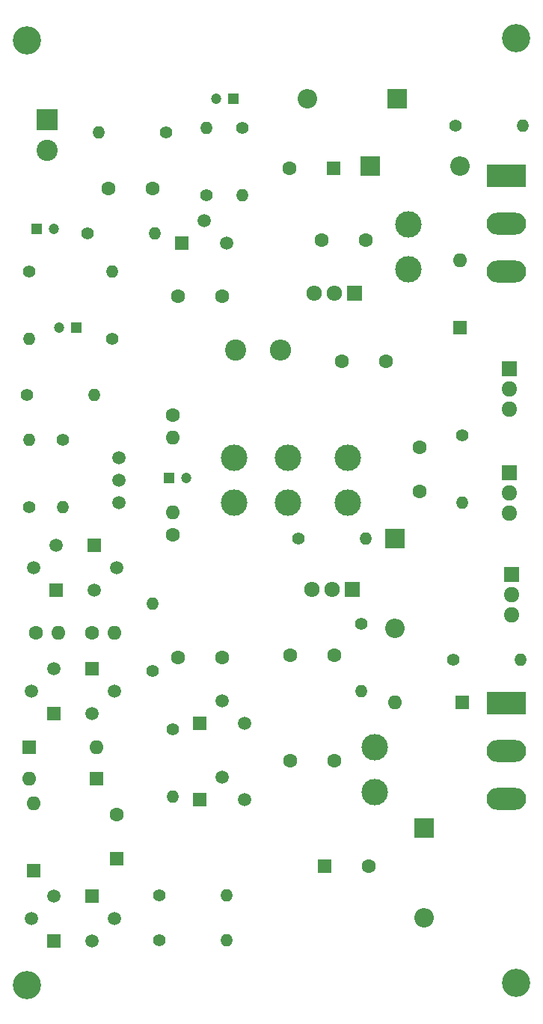
<source format=gbr>
%TF.GenerationSoftware,KiCad,Pcbnew,8.0.7*%
%TF.CreationDate,2025-02-23T10:25:32-05:00*%
%TF.ProjectId,classab-amp,636c6173-7361-4622-9d61-6d702e6b6963,rev?*%
%TF.SameCoordinates,Original*%
%TF.FileFunction,Soldermask,Bot*%
%TF.FilePolarity,Negative*%
%FSLAX46Y46*%
G04 Gerber Fmt 4.6, Leading zero omitted, Abs format (unit mm)*
G04 Created by KiCad (PCBNEW 8.0.7) date 2025-02-23 10:25:32*
%MOMM*%
%LPD*%
G01*
G04 APERTURE LIST*
%ADD10R,1.710000X1.800000*%
%ADD11O,1.710000X1.800000*%
%ADD12C,1.400000*%
%ADD13O,1.400000X1.400000*%
%ADD14C,1.512000*%
%ADD15C,3.200000*%
%ADD16R,1.200000X1.200000*%
%ADD17C,1.200000*%
%ADD18R,1.500000X1.500000*%
%ADD19C,1.500000*%
%ADD20R,1.600000X1.600000*%
%ADD21C,1.600000*%
%ADD22O,1.600000X1.600000*%
%ADD23C,3.000000*%
%ADD24O,1.800000X1.710000*%
%ADD25R,1.800000X1.710000*%
%ADD26R,2.200000X2.200000*%
%ADD27O,2.200000X2.200000*%
%ADD28R,2.400000X2.400000*%
%ADD29C,2.400000*%
%ADD30O,2.400000X2.400000*%
%ADD31R,4.500000X2.500000*%
%ADD32O,4.500000X2.500000*%
G04 APERTURE END LIST*
D10*
%TO.C,Q8*%
X253227000Y-109861000D03*
D11*
X250947000Y-109861000D03*
X248667000Y-109861000D03*
%TD*%
D12*
%TO.C,R4*%
X220472000Y-92964000D03*
D13*
X220472000Y-100584000D03*
%TD*%
D14*
%TO.C,RV1*%
X226790000Y-94996000D03*
X226790000Y-97536000D03*
X226790000Y-100076000D03*
%TD*%
D15*
%TO.C,REF\u002A\u002A*%
X216408000Y-47752000D03*
%TD*%
D16*
%TO.C,C11*%
X239776000Y-54356000D03*
D17*
X237776000Y-54356000D03*
%TD*%
D18*
%TO.C,Q3*%
X219718000Y-109982000D03*
D19*
X217178000Y-107442000D03*
X219718000Y-104902000D03*
%TD*%
D15*
%TO.C,REF\u002A\u002A*%
X271780000Y-154432000D03*
%TD*%
D20*
%TO.C,C12*%
X251068651Y-62230000D03*
D21*
X246068651Y-62230000D03*
%TD*%
D18*
%TO.C,Q4*%
X224028000Y-104902000D03*
D19*
X226568000Y-107442000D03*
X224028000Y-109982000D03*
%TD*%
D18*
%TO.C,Q11*%
X219456000Y-149630000D03*
D19*
X216916000Y-147090000D03*
X219456000Y-144550000D03*
%TD*%
D21*
%TO.C,R12*%
X232918000Y-103661000D03*
D22*
X232918000Y-101121000D03*
%TD*%
D23*
%TO.C,J2*%
X255778000Y-132842000D03*
X255778000Y-127762000D03*
%TD*%
D24*
%TO.C,Q7*%
X271018000Y-101190000D03*
X271018000Y-98910000D03*
D25*
X271018000Y-96630000D03*
%TD*%
D23*
%TO.C,J4*%
X259588000Y-73660000D03*
X259588000Y-68580000D03*
%TD*%
D21*
%TO.C,C2*%
X225592000Y-64516000D03*
X230592000Y-64516000D03*
%TD*%
D24*
%TO.C,Q13*%
X271018000Y-89460000D03*
X271018000Y-87180000D03*
D25*
X271018000Y-84900000D03*
%TD*%
D12*
%TO.C,R16*%
X232156000Y-58166000D03*
D13*
X224536000Y-58166000D03*
%TD*%
D12*
%TO.C,R22*%
X223266000Y-69596000D03*
D13*
X230886000Y-69596000D03*
%TD*%
D18*
%TO.C,Q15*%
X235966000Y-133612000D03*
D19*
X238506000Y-131072000D03*
X241046000Y-133612000D03*
%TD*%
D24*
%TO.C,Q14*%
X271272000Y-112764000D03*
X271272000Y-110484000D03*
D25*
X271272000Y-108204000D03*
%TD*%
D26*
%TO.C,D10*%
X261366000Y-136906000D03*
D27*
X261366000Y-147066000D03*
%TD*%
D21*
%TO.C,C15*%
X251166000Y-129286000D03*
X246166000Y-129286000D03*
%TD*%
D12*
%TO.C,R1*%
X216662000Y-73914000D03*
D13*
X216662000Y-81534000D03*
%TD*%
D16*
%TO.C,C6*%
X232453401Y-97282000D03*
D17*
X234453401Y-97282000D03*
%TD*%
D26*
%TO.C,D7*%
X258318000Y-54356000D03*
D27*
X248158000Y-54356000D03*
%TD*%
D28*
%TO.C,J3*%
X218694000Y-56698000D03*
D29*
X218694000Y-60198000D03*
%TD*%
%TO.C,R20*%
X240047000Y-82804000D03*
D30*
X245127000Y-82804000D03*
%TD*%
D16*
%TO.C,C1*%
X217456000Y-69088000D03*
D17*
X219456000Y-69088000D03*
%TD*%
D21*
%TO.C,R24*%
X217395000Y-114808000D03*
D22*
X219935000Y-114808000D03*
%TD*%
D20*
%TO.C,C4*%
X226568000Y-140324651D03*
D21*
X226568000Y-135324651D03*
%TD*%
D20*
%TO.C,D8*%
X224282000Y-131318000D03*
D22*
X216662000Y-131318000D03*
%TD*%
D12*
%TO.C,R7*%
X230632000Y-119126000D03*
D13*
X230632000Y-111506000D03*
%TD*%
D15*
%TO.C,REF\u002A\u002A*%
X271780000Y-47498000D03*
%TD*%
D12*
%TO.C,R18*%
X264668000Y-117856000D03*
D13*
X272288000Y-117856000D03*
%TD*%
D12*
%TO.C,R10*%
X240792000Y-57658000D03*
D13*
X240792000Y-65278000D03*
%TD*%
D21*
%TO.C,R11*%
X232918000Y-90141000D03*
D22*
X232918000Y-92681000D03*
%TD*%
D21*
%TO.C,C3*%
X257008000Y-84074000D03*
X252008000Y-84074000D03*
%TD*%
D20*
%TO.C,C13*%
X250073349Y-141224000D03*
D21*
X255073349Y-141224000D03*
%TD*%
D31*
%TO.C,Q9*%
X270678000Y-63014000D03*
D32*
X270678000Y-68464000D03*
X270678000Y-73914000D03*
%TD*%
D18*
%TO.C,Q5*%
X223774000Y-144550000D03*
D19*
X226314000Y-147090000D03*
X223774000Y-149630000D03*
%TD*%
D21*
%TO.C,C10*%
X251166000Y-117348000D03*
X246166000Y-117348000D03*
%TD*%
%TO.C,C8*%
X260858000Y-93766000D03*
X260858000Y-98766000D03*
%TD*%
D13*
%TO.C,R6*%
X254254000Y-121412000D03*
D12*
X254254000Y-113792000D03*
%TD*%
D15*
%TO.C,REF\u002A\u002A*%
X216408000Y-154686000D03*
%TD*%
D12*
%TO.C,R5*%
X231394000Y-144526000D03*
D13*
X239014000Y-144526000D03*
%TD*%
D12*
%TO.C,R2*%
X226060000Y-81534000D03*
D13*
X226060000Y-73914000D03*
%TD*%
D12*
%TO.C,R8*%
X264922000Y-57404000D03*
D13*
X272542000Y-57404000D03*
%TD*%
D18*
%TO.C,Q2*%
X223766000Y-118872000D03*
D19*
X226306000Y-121412000D03*
X223766000Y-123952000D03*
%TD*%
D12*
%TO.C,R13*%
X232918000Y-125730000D03*
D13*
X232918000Y-133350000D03*
%TD*%
D20*
%TO.C,D2*%
X217170000Y-141732000D03*
D22*
X217170000Y-134112000D03*
%TD*%
D10*
%TO.C,Q16*%
X253481000Y-76333000D03*
D11*
X251201000Y-76333000D03*
X248921000Y-76333000D03*
%TD*%
D26*
%TO.C,D5*%
X258064000Y-104140000D03*
D27*
X258064000Y-114300000D03*
%TD*%
D12*
%TO.C,R3*%
X231394000Y-149606000D03*
D13*
X239014000Y-149606000D03*
%TD*%
D20*
%TO.C,D9*%
X216662000Y-127762000D03*
D22*
X224282000Y-127762000D03*
%TD*%
D23*
%TO.C,J5*%
X245972000Y-100076000D03*
X245972000Y-94996000D03*
%TD*%
D26*
%TO.C,D3*%
X255270000Y-61976000D03*
D27*
X265430000Y-61976000D03*
%TD*%
D12*
%TO.C,R15*%
X216408000Y-87884000D03*
D13*
X224028000Y-87884000D03*
%TD*%
D12*
%TO.C,R9*%
X247142000Y-104140000D03*
D13*
X254762000Y-104140000D03*
%TD*%
D21*
%TO.C,C5*%
X238466000Y-117602000D03*
X233466000Y-117602000D03*
%TD*%
D13*
%TO.C,R23*%
X265684000Y-100076000D03*
D12*
X265684000Y-92456000D03*
%TD*%
D21*
%TO.C,C9*%
X233466000Y-76708000D03*
X238466000Y-76708000D03*
%TD*%
D12*
%TO.C,R19*%
X216662000Y-100584000D03*
D13*
X216662000Y-92964000D03*
%TD*%
D23*
%TO.C,J1*%
X252730000Y-100076000D03*
X252730000Y-94996000D03*
%TD*%
D18*
%TO.C,Q1*%
X219464000Y-123952000D03*
D19*
X216924000Y-121412000D03*
X219464000Y-118872000D03*
%TD*%
D21*
%TO.C,C16*%
X249722000Y-70358000D03*
X254722000Y-70358000D03*
%TD*%
D18*
%TO.C,Q6*%
X233934000Y-70620000D03*
D19*
X236474000Y-68080000D03*
X239014000Y-70620000D03*
%TD*%
D20*
%TO.C,D4*%
X265430000Y-80264000D03*
D22*
X265430000Y-72644000D03*
%TD*%
D16*
%TO.C,C7*%
X221996000Y-80264000D03*
D17*
X219996000Y-80264000D03*
%TD*%
D21*
%TO.C,R25*%
X223745000Y-114808000D03*
D22*
X226285000Y-114808000D03*
%TD*%
D23*
%TO.C,J6*%
X239876000Y-100076000D03*
X239876000Y-94996000D03*
%TD*%
D31*
%TO.C,Q10*%
X270678000Y-122704000D03*
D32*
X270678000Y-128154000D03*
X270678000Y-133604000D03*
%TD*%
D18*
%TO.C,Q12*%
X235966000Y-124976000D03*
D19*
X238506000Y-122436000D03*
X241046000Y-124976000D03*
%TD*%
D12*
%TO.C,R14*%
X236728000Y-65278000D03*
D13*
X236728000Y-57658000D03*
%TD*%
D20*
%TO.C,D6*%
X265684000Y-122682000D03*
D22*
X258064000Y-122682000D03*
%TD*%
M02*

</source>
